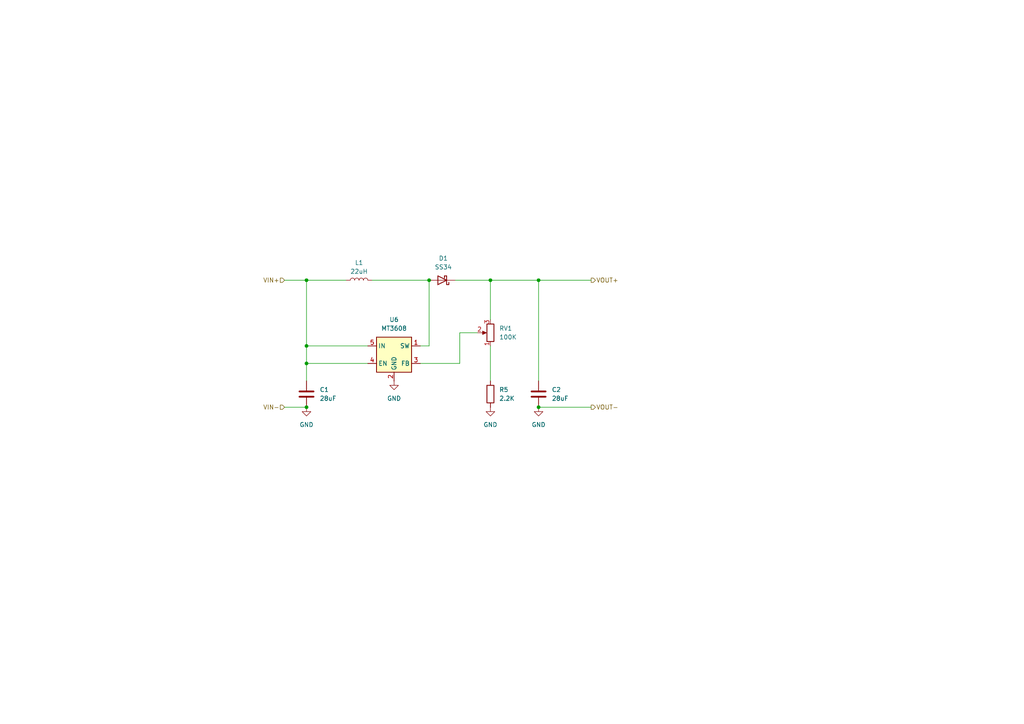
<source format=kicad_sch>
(kicad_sch (version 20250114) (generator "eeschema") (generator_version "9.0")
  (paper "A4")
  (lib_symbols
    (symbol "Device:C" (pin_numbers (hide yes)) (pin_names (offset 0.254))
      (property "Reference" "C" (at 0.635 2.54 0))
      (property "Value" "C" (at 0.635 -2.54 0))
      (symbol "C_0_1"
        (polyline (pts (xy -2.032 0.762) (xy 2.032 0.762)) (stroke (width 0.508)))
        (polyline (pts (xy -2.032 -0.762) (xy 2.032 -0.762)) (stroke (width 0.508)))
      )
      (symbol "C_1_1"
        (pin passive line (at 0 3.81 270) (length 2.794) (name "~") (number "1"))
        (pin passive line (at 0 -3.81 90) (length 2.794) (name "~") (number "2"))
      )
    )
    (symbol "Device:L" (pin_numbers (hide yes)) (pin_names (offset 1.016) (hide yes))
      (property "Reference" "L" (at -1.27 0 90))
      (property "Value" "L" (at 1.905 0 90))
      (symbol "L_0_1"
        (arc (start 0 2.54) (mid 0.6323 1.905) (end 0 1.27))
        (arc (start 0 1.27) (mid 0.6323 0.635) (end 0 0))
        (arc (start 0 0) (mid 0.6323 -0.635) (end 0 -1.27))
        (arc (start 0 -1.27) (mid 0.6323 -1.905) (end 0 -2.54))
      )
      (symbol "L_1_1"
        (pin passive line (at 0 3.81 270) (length 1.27) (name "1") (number "1"))
        (pin passive line (at 0 -3.81 90) (length 1.27) (name "2") (number "2"))
      )
    )
    (symbol "Device:R" (pin_numbers (hide yes)) (pin_names (offset 0))
      (property "Reference" "R" (at 2.032 0 90))
      (property "Value" "R" (at 0 0 90))
      (symbol "R_0_1"
        (rectangle (start -1.016 -2.54) (end 1.016 2.54) (stroke (width 0.254)))
      )
      (symbol "R_1_1"
        (pin passive line (at 0 3.81 270) (length 1.27) (name "~") (number "1"))
        (pin passive line (at 0 -3.81 90) (length 1.27) (name "~") (number "2"))
      )
    )
    (symbol "Device:R_Potentiometer" (pin_names (offset 1.016) (hide yes))
      (property "Reference" "RV" (at -4.445 0 90))
      (property "Value" "R_Potentiometer" (at -2.54 0 90))
      (symbol "R_Potentiometer_0_1"
        (rectangle (start 1.016 2.54) (end -1.016 -2.54) (stroke (width 0.254)))
        (polyline (pts (xy 1.143 0) (xy 2.286 0.508) (xy 2.286 -0.508) (xy 1.143 0)) (fill (type outline)))
        (polyline (pts (xy 2.54 0) (xy 1.524 0)))
      )
      (symbol "R_Potentiometer_1_1"
        (pin passive line (at 0 3.81 270) (length 1.27) (name "1") (number "1"))
        (pin passive line (at 0 -3.81 90) (length 1.27) (name "3") (number "3"))
        (pin passive line (at 3.81 0 180) (length 1.27) (name "2") (number "2"))
      )
    )
    (symbol "Diode:SS34" (pin_numbers (hide yes)) (pin_names (offset 1.016) (hide yes))
      (property "Reference" "D" (at 0 2.54 0))
      (property "Value" "SS34" (at 0 -2.54 0))
      (symbol "SS34_0_1"
        (polyline (pts (xy -1.905 0.635) (xy -1.905 1.27) (xy -1.27 1.27) (xy -1.27 -1.27) (xy -0.635 -1.27) (xy -0.635 -0.635)) (stroke (width 0.254)))
        (polyline (pts (xy 1.27 1.27) (xy 1.27 -1.27) (xy -1.27 0) (xy 1.27 1.27)) (stroke (width 0.254)))
        (polyline (pts (xy 1.27 0) (xy -1.27 0)))
      )
      (symbol "SS34_1_1"
        (pin passive line (at -3.81 0 0) (length 2.54) (name "K") (number "1"))
        (pin passive line (at 3.81 0 180) (length 2.54) (name "A") (number "2"))
      )
    )
    (symbol "Regulator_Switching:MT3608"
      (property "Reference" "U" (at -2.54 8.89 0))
      (property "Value" "MT3608" (at -3.81 6.35 0))
      (symbol "MT3608_0_1"
        (rectangle (start -5.08 5.08) (end 5.08 -5.08) (stroke (width 0.254)) (fill (type background)))
      )
      (symbol "MT3608_1_1"
        (pin power_in line (at -7.62 2.54 0) (length 2.54) (name "IN") (number "5"))
        (pin input line (at -7.62 -2.54 0) (length 2.54) (name "EN") (number "4"))
        (pin power_in line (at 0 -7.62 90) (length 2.54) (name "GND") (number "2"))
        (pin no_connect line (at 5.08 0 180) (length 2.54) (hide yes) (name "NC") (number "6"))
        (pin passive line (at 7.62 2.54 180) (length 2.54) (name "SW") (number "1"))
        (pin input line (at 7.62 -2.54 180) (length 2.54) (name "FB") (number "3"))
      )
    )
    (symbol "power:GND" (power) (pin_numbers (hide yes)) (pin_names (offset 0) (hide yes))
      (property "Value" "GND" (at 0 -3.81 0))
      (symbol "GND_0_1"
        (polyline (pts (xy 0 0) (xy 0 -1.27) (xy 1.27 -1.27) (xy 0 -2.54) (xy -1.27 -1.27) (xy 0 -1.27)))
      )
      (symbol "GND_1_1"
        (pin power_in line (at 0 0 270) (length 0) (name "~") (number "1"))
      )
    )
  )
  (junction (at 124.46 81.28))
  (junction (at 88.9 81.28))
  (junction (at 88.9 105.41))
  (junction (at 156.21 118.11))
  (junction (at 88.9 118.11))
  (junction (at 142.24 81.28))
  (junction (at 88.9 100.33))
  (junction (at 156.21 81.28))
  (wire (pts (xy 121.92 100.33) (xy 124.46 100.33)))
  (wire (pts (xy 107.95 81.28) (xy 124.46 81.28)))
  (wire (pts (xy 156.21 81.28) (xy 142.24 81.28)))
  (wire (pts (xy 82.55 81.28) (xy 88.9 81.28)))
  (wire (pts (xy 124.46 100.33) (xy 124.46 81.28)))
  (wire (pts (xy 133.35 105.41) (xy 133.35 96.52)))
  (wire (pts (xy 100.33 81.28) (xy 88.9 81.28)))
  (wire (pts (xy 142.24 100.33) (xy 142.24 110.49)))
  (wire (pts (xy 156.21 110.49) (xy 156.21 81.28)))
  (wire (pts (xy 82.55 118.11) (xy 88.9 118.11)))
  (wire (pts (xy 156.21 81.28) (xy 171.45 81.28)))
  (wire (pts (xy 88.9 105.41) (xy 88.9 110.49)))
  (wire (pts (xy 142.24 81.28) (xy 142.24 92.71)))
  (wire (pts (xy 171.45 118.11) (xy 156.21 118.11)))
  (wire (pts (xy 88.9 100.33) (xy 88.9 105.41)))
  (wire (pts (xy 133.35 96.52) (xy 138.43 96.52)))
  (wire (pts (xy 88.9 81.28) (xy 88.9 100.33)))
  (wire (pts (xy 121.92 105.41) (xy 133.35 105.41)))
  (wire (pts (xy 88.9 105.41) (xy 106.68 105.41)))
  (wire (pts (xy 132.08 81.28) (xy 142.24 81.28)))
  (wire (pts (xy 88.9 100.33) (xy 106.68 100.33)))
  (hierarchical_label "VIN+" (shape input) (at 82.55 81.28 180))
  (hierarchical_label "VIN-" (shape input) (at 82.55 118.11 180))
  (hierarchical_label "VOUT+" (shape output) (at 171.45 81.28 0))
  (hierarchical_label "VOUT-" (shape output) (at 171.45 118.11 0))
  (symbol (lib_id "Device:C") (at 88.9 114.3 0) (unit 1)
    (property "Reference" "C1" (at 92.71 113.0299 0) (effects (justify left)))
    (property "Value" "28uF" (at 92.71 115.5699 0) (effects (justify left)))
    (property "Footprint" "Capacitor_SMD:C_1206_3216Metric_Pad1.33x1.80mm_HandSolder" (effects (hide yes)))
    (property "Description" "Unpolarized capacitor" (effects (hide yes)))
  )
  (symbol (lib_id "power:GND") (at 88.9 118.11 0) (unit 1)
    (property "Reference" "#PWR030" (effects (hide yes)))
    (property "Value" "GND" (at 88.9 123.19 0))
    (property "Description" "Power symbol creates a global label with name \"GND\" , ground" (effects (hide yes)))
  )
  (symbol (lib_id "Regulator_Switching:MT3608") (at 114.3 102.87 0) (unit 1)
    (property "Reference" "U6" (at 114.3 92.71 0))
    (property "Value" "MT3608" (at 114.3 95.25 0))
    (property "Footprint" "Package_TO_SOT_SMD:SOT-23-6" (effects (hide yes)))
    (property "Datasheet" "https://www.olimex.com/Products/Breadboarding/BB-PWR-3608/resources/MT3608.pdf" (effects (hide yes)))
    (property "Description" "High Efficiency 1.2MHz 2A Step Up Converter, 2-24V Vin, 28V Vout, 4A current limit, 1.2MHz, SOT23-6" (effects (hide yes)))
  )
  (symbol (lib_id "Diode:SS34") (at 128.27 81.28 180) (unit 1)
    (property "Reference" "D1" (at 128.5875 74.93 0))
    (property "Value" "SS34" (at 128.5875 77.47 0))
    (property "Footprint" "Diode_SMD:D_SMA" (effects (hide yes)))
    (property "Datasheet" "https://www.vishay.com/docs/88751/ss32.pdf" (effects (hide yes)))
    (property "Description" "40V 3A Schottky Diode, SMA" (effects (hide yes)))
  )
  (symbol (lib_id "power:GND") (at 114.3 110.49 0) (unit 1)
    (property "Reference" "#PWR031" (effects (hide yes)))
    (property "Value" "GND" (at 114.3 115.57 0))
    (property "Description" "Power symbol creates a global label with name \"GND\" , ground" (effects (hide yes)))
  )
  (symbol (lib_id "Device:C") (at 156.21 114.3 0) (unit 1)
    (property "Reference" "C2" (at 160.02 113.0299 0) (effects (justify left)))
    (property "Value" "28uF" (at 160.02 115.5699 0) (effects (justify left)))
    (property "Footprint" "Capacitor_SMD:C_1206_3216Metric_Pad1.33x1.80mm_HandSolder" (effects (hide yes)))
    (property "Description" "Unpolarized capacitor" (effects (hide yes)))
  )
  (symbol (lib_id "power:GND") (at 156.21 118.11 0) (unit 1)
    (property "Reference" "#PWR032" (effects (hide yes)))
    (property "Value" "GND" (at 156.21 123.19 0))
    (property "Description" "Power symbol creates a global label with name \"GND\" , ground" (effects (hide yes)))
  )
  (symbol (lib_id "Device:R") (at 142.24 114.3 0) (unit 1)
    (property "Reference" "R5" (at 144.78 113.0299 0) (effects (justify left)))
    (property "Value" "2.2K" (at 144.78 115.5699 0) (effects (justify left)))
    (property "Footprint" "Resistor_SMD:R_0805_2012Metric_Pad1.20x1.40mm_HandSolder" (effects (hide yes)))
    (property "Description" "Resistor" (effects (hide yes)))
  )
  (symbol (lib_id "power:GND") (at 142.24 118.11 0) (unit 1)
    (property "Reference" "#PWR029" (effects (hide yes)))
    (property "Value" "GND" (at 142.24 123.19 0))
    (property "Description" "Power symbol creates a global label with name \"GND\" , ground" (effects (hide yes)))
  )
  (symbol (lib_id "Device:L") (at 104.14 81.28 90) (unit 1)
    (property "Reference" "L1" (at 104.14 76.2 90))
    (property "Value" "22uH" (at 104.14 78.74 90))
    (property "Footprint" "Inductor_SMD:L_TDK_SLF10165" (effects (hide yes)))
    (property "Description" "Inductor" (effects (hide yes)))
  )
  (symbol (lib_id "Device:R_Potentiometer") (at 142.24 96.52 180) (unit 1)
    (property "Reference" "RV1" (at 144.78 95.2499 0) (effects (justify right)))
    (property "Value" "100K" (at 144.78 97.7899 0) (effects (justify right)))
    (property "Footprint" "Potentiometer_THT:Potentiometer_Bourns_3296P_Horizontal" (effects (hide yes)))
    (property "Description" "Potentiometer" (effects (hide yes)))
  )
)
</source>
